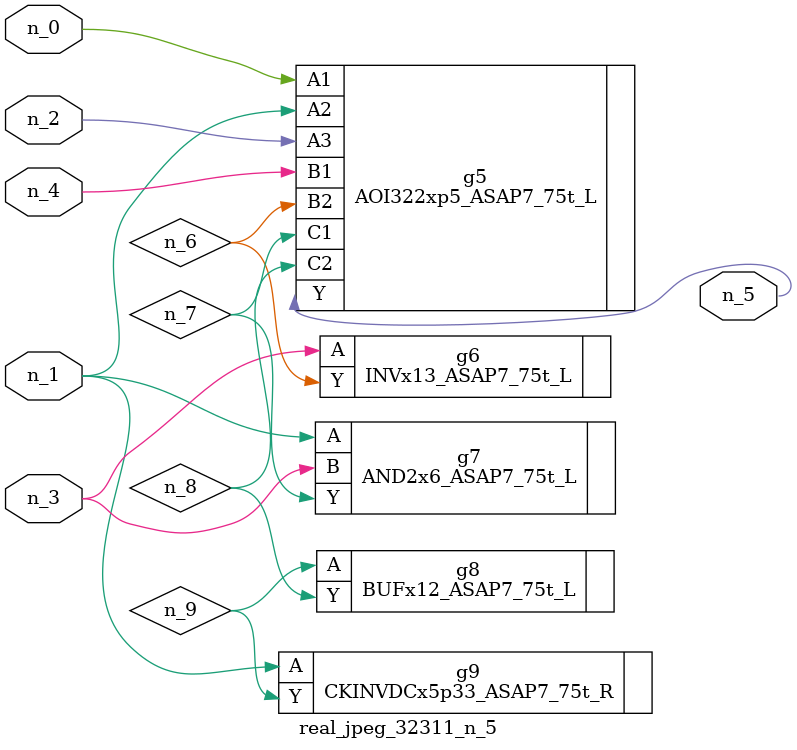
<source format=v>
module real_jpeg_32311_n_5 (n_4, n_0, n_1, n_2, n_3, n_5);

input n_4;
input n_0;
input n_1;
input n_2;
input n_3;

output n_5;

wire n_8;
wire n_6;
wire n_7;
wire n_9;

AOI322xp5_ASAP7_75t_L g5 ( 
.A1(n_0),
.A2(n_1),
.A3(n_2),
.B1(n_4),
.B2(n_6),
.C1(n_7),
.C2(n_8),
.Y(n_5)
);

AND2x6_ASAP7_75t_L g7 ( 
.A(n_1),
.B(n_3),
.Y(n_7)
);

CKINVDCx5p33_ASAP7_75t_R g9 ( 
.A(n_1),
.Y(n_9)
);

INVx13_ASAP7_75t_L g6 ( 
.A(n_3),
.Y(n_6)
);

BUFx12_ASAP7_75t_L g8 ( 
.A(n_9),
.Y(n_8)
);


endmodule
</source>
